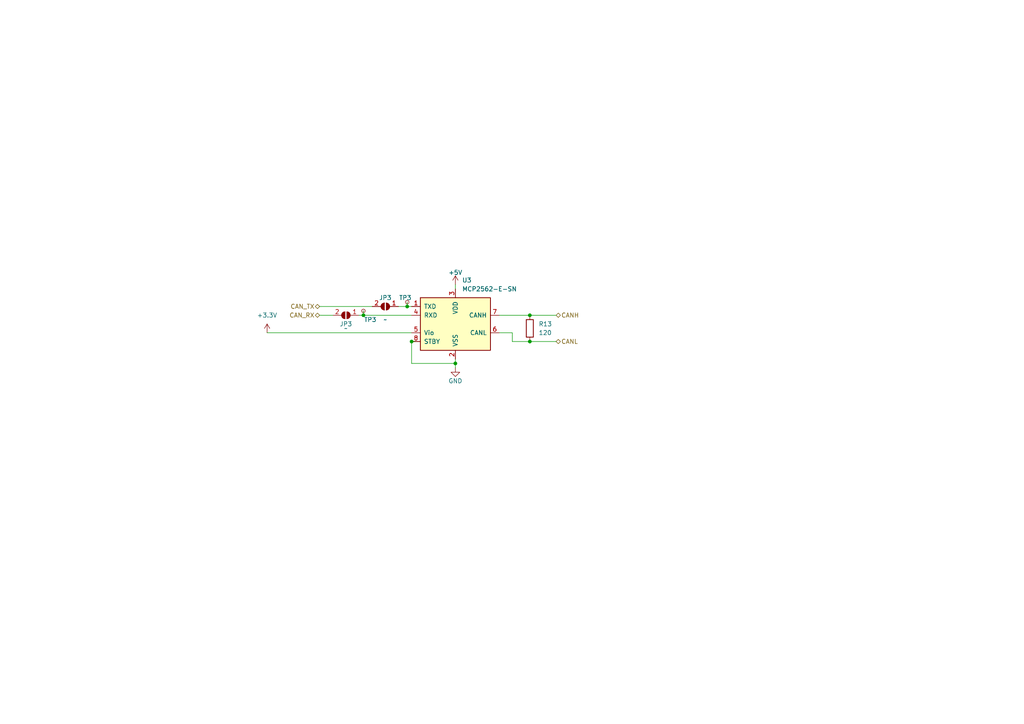
<source format=kicad_sch>
(kicad_sch (version 20230121) (generator eeschema)
  (paper "A4")
  (lib_symbols
    (symbol "Connector:TestPoint_Small" (pin_numbers hide) (pin_names (offset 0.762) hide)
      (property "Reference" "TP" (at 0 3.81 0))
      (property "Value" "TestPoint_Small" (at 0 2.032 0))
      (symbol "TestPoint_Small_0_1"
        (circle (center 0 0) (radius 0.508))
      )
      (symbol "TestPoint_Small_1_1"
        (pin passive line (at 0 0 90) (length 0) (name "1") (number "1"))
      )
    )
    (symbol "Device:R" (pin_numbers hide) (pin_names (offset 0))
      (property "Reference" "R" (at 2.032 0 90))
      (property "Value" "R" (at 0 0 90))
      (symbol "R_0_1"
        (rectangle (start -1.016 -2.54) (end 1.016 2.54) (stroke (width 0.254)))
      )
      (symbol "R_1_1"
        (pin passive line (at 0 3.81 270) (length 1.27) (name "~") (number "1"))
        (pin passive line (at 0 -3.81 90) (length 1.27) (name "~") (number "2"))
      )
    )
    (symbol "Interface_CAN_LIN:MCP2562-E-SN" (pin_names (offset 1.016))
      (property "Reference" "U" (at -10.16 8.89 0))
      (property "Value" "MCP2562-E-SN" (at 2.54 8.89 0))
      (symbol "MCP2562-E-SN_0_1"
        (rectangle (start -10.16 7.62) (end 10.16 -7.62) (stroke (width 0.254)) (fill (type background)))
      )
      (symbol "MCP2562-E-SN_1_1"
        (pin input line (at -12.7 5.08 0) (length 2.54) (name "TXD") (number "1"))
        (pin power_in line (at 0 -10.16 90) (length 2.54) (name "VSS") (number "2"))
        (pin power_in line (at 0 10.16 270) (length 2.54) (name "VDD") (number "3"))
        (pin output line (at -12.7 2.54 0) (length 2.54) (name "RXD") (number "4"))
        (pin power_in line (at -12.7 -2.54 0) (length 2.54) (name "Vio") (number "5"))
        (pin bidirectional line (at 12.7 -2.54 180) (length 2.54) (name "CANL") (number "6"))
        (pin bidirectional line (at 12.7 2.54 180) (length 2.54) (name "CANH") (number "7"))
        (pin input line (at -12.7 -5.08 0) (length 2.54) (name "STBY") (number "8"))
      )
    )
    (symbol "Jumper:SolderJumper_2_Open" (pin_names (offset 0) hide)
      (property "Reference" "JP" (at 0 2.032 0))
      (property "Value" "SolderJumper_2_Open" (at 0 -2.54 0))
      (symbol "SolderJumper_2_Open_0_1"
        (arc (start -0.254 1.016) (mid -1.2656 0) (end -0.254 -1.016))
        (arc (start -0.254 1.016) (mid -1.2656 0) (end -0.254 -1.016) (fill (type outline)))
        (polyline (pts (xy -0.254 1.016) (xy -0.254 -1.016)))
        (polyline (pts (xy 0.254 1.016) (xy 0.254 -1.016)))
        (arc (start 0.254 -1.016) (mid 1.2656 0) (end 0.254 1.016))
        (arc (start 0.254 -1.016) (mid 1.2656 0) (end 0.254 1.016) (fill (type outline)))
      )
      (symbol "SolderJumper_2_Open_1_1"
        (pin passive line (at -3.81 0 0) (length 2.54) (name "A") (number "1"))
        (pin passive line (at 3.81 0 180) (length 2.54) (name "B") (number "2"))
      )
    )
    (symbol "power:+3.3V" (power) (pin_names (offset 0))
      (property "Value" "+3.3V" (at 0 3.556 0))
      (symbol "+3.3V_0_1"
        (polyline (pts (xy -0.762 1.27) (xy 0 2.54)))
        (polyline (pts (xy 0 0) (xy 0 2.54)))
        (polyline (pts (xy 0 2.54) (xy 0.762 1.27)))
      )
      (symbol "+3.3V_1_1"
        (pin power_in line (at 0 0 90) (length 0) hide (name "+3.3V") (number "1"))
      )
    )
    (symbol "power:+5V" (power) (pin_names (offset 0))
      (property "Value" "+5V" (at 0 3.556 0))
      (symbol "+5V_0_1"
        (polyline (pts (xy -0.762 1.27) (xy 0 2.54)))
        (polyline (pts (xy 0 0) (xy 0 2.54)))
        (polyline (pts (xy 0 2.54) (xy 0.762 1.27)))
      )
      (symbol "+5V_1_1"
        (pin power_in line (at 0 0 90) (length 0) hide (name "+5V") (number "1"))
      )
    )
    (symbol "power:GND" (power) (pin_names (offset 0))
      (property "Value" "GND" (at 0 -3.81 0))
      (symbol "GND_0_1"
        (polyline (pts (xy 0 0) (xy 0 -1.27) (xy 1.27 -1.27) (xy 0 -2.54) (xy -1.27 -1.27) (xy 0 -1.27)))
      )
      (symbol "GND_1_1"
        (pin power_in line (at 0 0 270) (length 0) hide (name "GND") (number "1"))
      )
    )
  )
  (junction (at 132.08 105.41))
  (junction (at 153.67 91.44))
  (junction (at 153.67 99.06))
  (junction (at 118.11 88.9))
  (junction (at 105.41 91.44))
  (junction (at 119.38 99.06))
  (wire (pts (xy 115.57 88.9) (xy 118.11 88.9)))
  (wire (pts (xy 132.08 82.55) (xy 132.08 83.82)))
  (wire (pts (xy 119.38 99.06) (xy 119.38 105.41)))
  (wire (pts (xy 104.14 91.44) (xy 105.41 91.44)))
  (wire (pts (xy 119.38 105.41) (xy 132.08 105.41)))
  (wire (pts (xy 105.41 91.44) (xy 119.38 91.44)))
  (wire (pts (xy 144.78 96.52) (xy 148.59 96.52)))
  (wire (pts (xy 144.78 91.44) (xy 153.67 91.44)))
  (wire (pts (xy 92.71 88.9) (xy 107.95 88.9)))
  (wire (pts (xy 105.41 90.17) (xy 105.41 91.44)))
  (wire (pts (xy 118.11 87.63) (xy 118.11 88.9)))
  (wire (pts (xy 118.11 88.9) (xy 119.38 88.9)))
  (wire (pts (xy 132.08 105.41) (xy 132.08 106.68)))
  (wire (pts (xy 132.08 104.14) (xy 132.08 105.41)))
  (wire (pts (xy 153.67 91.44) (xy 161.29 91.44)))
  (wire (pts (xy 119.38 99.06) (xy 120.65 99.06)))
  (wire (pts (xy 77.47 96.52) (xy 119.38 96.52)))
  (wire (pts (xy 148.59 99.06) (xy 153.67 99.06)))
  (wire (pts (xy 92.71 91.44) (xy 96.52 91.44)))
  (wire (pts (xy 153.67 99.06) (xy 161.29 99.06)))
  (wire (pts (xy 148.59 96.52) (xy 148.59 99.06)))
  (hierarchical_label "CANH" (shape bidirectional) (at 161.29 91.44 0))
  (hierarchical_label "CAN_TX" (shape bidirectional) (at 92.71 88.9 180))
  (hierarchical_label "CANL" (shape bidirectional) (at 161.29 99.06 0))
  (hierarchical_label "CAN_RX" (shape bidirectional) (at 92.71 91.44 180))
  (symbol (lib_id "Interface_CAN_LIN:MCP2562-E-SN") (at 132.08 93.98 0) (unit 1)
    (property "Reference" "U3" (at 134.0359 81.28 0) (effects (justify left)))
    (property "Value" "MCP2562-E-SN" (at 134.0359 83.82 0) (effects (justify left)))
    (property "Footprint" "Package_SO:SOIC-8_3.9x4.9mm_P1.27mm" (effects hide))
    (property "Datasheet" "http://ww1.microchip.com/downloads/en/DeviceDoc/25167A.pdf" (effects hide))
  )
  (symbol (lib_id "Connector:TestPoint_Small") (at 105.41 90.17 180) (unit 1)
    (property "Reference" "TP3" (at 109.22 92.71 0) (effects (justify left)))
    (property "Value" "TestPoint_Small" (effects hide))
    (instances (project "Flight_Computer_V2" (path "" (reference "TP3") (unit 1)) (path "" (reference "TP5") (unit 1))))
  )
  (symbol (lib_id "power:+5V") (at 132.08 82.55 0) (unit 1)
    (property "Reference" "#PWR0806" (effects hide))
    (property "Value" "+5V" (at 132.08 79.0481 0))
    (instances (project "Flight_Computer_V2" (path "" (reference "#PWR0806") (unit 1))) (project "RF" (path "" (reference "#PWR0806") (unit 1))) (project "avionics_flight_computer" (path "" (reference "#PWR033") (unit 1)) (path "" (reference "#PWR041") (unit 1))))
  )
  (symbol (lib_id "power:+3.3V") (at 77.47 96.52 0) (unit 1)
    (property "Reference" "#PWR019" (effects hide))
    (property "Value" "+3.3V" (at 77.47 91.44 0))
    (instances (project "Flight_Computer_V2" (path "" (reference "#PWR019") (unit 1))) (project "avionics_flight_computer" (path "" (reference "#PWR019") (unit 1)) (path "" (reference "#PWR042") (unit 1))))
  )
  (symbol (lib_id "Jumper:SolderJumper_2_Open") (at 100.33 91.44 180) (unit 1)
    (property "Reference" "JP3" (at 100.33 93.98 0))
    (property "Value" "~" (at 100.33 95.25 0))
    (instances (project "Flight_Computer_V2" (path "" (reference "JP3") (unit 1)) (path "" (reference "JP5") (unit 1))))
  )
  (symbol (lib_id "Device:R") (at 153.67 95.25 0) (unit 1)
    (property "Reference" "R13" (at 156.21 93.98 0) (effects (justify left)))
    (property "Value" "120" (at 156.21 96.52 0) (effects (justify left)))
  )
  (symbol (lib_id "power:GND") (at 132.08 106.68 0) (unit 1)
    (property "Reference" "#PWR020" (effects hide))
    (property "Value" "GND" (at 132.08 110.49 0))
  )
  (symbol (lib_id "Connector:TestPoint_Small") (at 118.11 87.63 180) (unit 1)
    (property "Reference" "TP3" (at 119.38 86.36 0) (effects (justify left)))
    (property "Value" "TestPoint_Small" (effects hide))
    (instances (project "Flight_Computer_V2" (path "" (reference "TP3") (unit 1)) (path "" (reference "TP4") (unit 1))))
  )
  (symbol (lib_id "Jumper:SolderJumper_2_Open") (at 111.76 88.9 180) (unit 1)
    (property "Reference" "JP3" (at 111.76 86.36 0))
    (property "Value" "~" (at 111.76 92.71 0))
    (instances (project "Flight_Computer_V2" (path "" (reference "JP3") (unit 1)) (path "" (reference "JP4") (unit 1))))
  )
)
</source>
